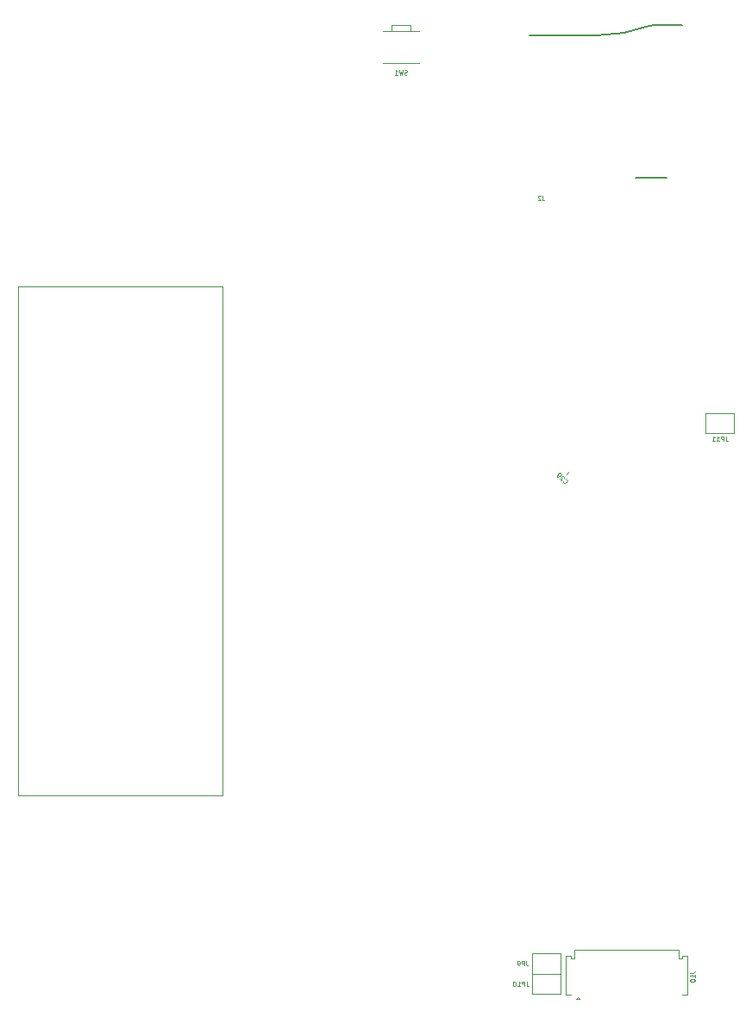
<source format=gbo>
G04 #@! TF.GenerationSoftware,KiCad,Pcbnew,5.1.5+dfsg1-2build2*
G04 #@! TF.CreationDate,2021-03-01T22:52:39+01:00*
G04 #@! TF.ProjectId,OtterCastAmp,4f747465-7243-4617-9374-416d702e6b69,rev?*
G04 #@! TF.SameCoordinates,Original*
G04 #@! TF.FileFunction,Legend,Bot*
G04 #@! TF.FilePolarity,Positive*
%FSLAX46Y46*%
G04 Gerber Fmt 4.6, Leading zero omitted, Abs format (unit mm)*
G04 Created by KiCad (PCBNEW 5.1.5+dfsg1-2build2) date 2021-03-01 22:52:39*
%MOMM*%
%LPD*%
G04 APERTURE LIST*
%ADD10C,0.100000*%
%ADD11C,0.120000*%
%ADD12C,0.127000*%
G04 APERTURE END LIST*
D10*
X140000000Y-75000000D02*
X120000000Y-75000000D01*
X140000000Y-125000000D02*
X140000000Y-75000000D01*
X120000000Y-125000000D02*
X140000000Y-125000000D01*
X120000000Y-75000000D02*
X120000000Y-125000000D01*
D11*
X174750000Y-144972132D02*
X175050000Y-144972132D01*
X174900000Y-144760000D02*
X174750000Y-144972132D01*
X175050000Y-144972132D02*
X174900000Y-144760000D01*
X184850000Y-140110000D02*
X179700000Y-140110000D01*
X184850000Y-141020000D02*
X184850000Y-140110000D01*
X185140000Y-141020000D02*
X184850000Y-141020000D01*
X185140000Y-140770000D02*
X185140000Y-141020000D01*
X185660000Y-140770000D02*
X185140000Y-140770000D01*
X185660000Y-144520000D02*
X185660000Y-140770000D01*
X185160000Y-144520000D02*
X185660000Y-144520000D01*
X174550000Y-140110000D02*
X179700000Y-140110000D01*
X174550000Y-141020000D02*
X174550000Y-140110000D01*
X174260000Y-141020000D02*
X174550000Y-141020000D01*
X174260000Y-140770000D02*
X174260000Y-141020000D01*
X173740000Y-140770000D02*
X174260000Y-140770000D01*
X173740000Y-144520000D02*
X173740000Y-140770000D01*
X174240000Y-144520000D02*
X173740000Y-144520000D01*
X187450000Y-89450000D02*
X190250000Y-89450000D01*
X190250000Y-89450000D02*
X190250000Y-87450000D01*
X190250000Y-87450000D02*
X187450000Y-87450000D01*
X187450000Y-87450000D02*
X187450000Y-89450000D01*
X159300000Y-50000000D02*
X155800000Y-50000000D01*
X155800000Y-53100000D02*
X159300000Y-53100000D01*
X156600000Y-49350000D02*
X156600000Y-50000000D01*
X158500000Y-49350000D02*
X156600000Y-49350000D01*
X158500000Y-50000000D02*
X158500000Y-49350000D01*
X170400000Y-144500000D02*
X173200000Y-144500000D01*
X173200000Y-144500000D02*
X173200000Y-142500000D01*
X173200000Y-142500000D02*
X170400000Y-142500000D01*
X170400000Y-142500000D02*
X170400000Y-144500000D01*
X170400000Y-142500000D02*
X173200000Y-142500000D01*
X173200000Y-142500000D02*
X173200000Y-140500000D01*
X173200000Y-140500000D02*
X170400000Y-140500000D01*
X170400000Y-140500000D02*
X170400000Y-142500000D01*
D12*
X185199000Y-49344000D02*
X182667900Y-49344000D01*
X182665178Y-49344003D02*
G75*
G03X181668000Y-49528000I2672J-2808597D01*
G01*
X181656757Y-49532278D02*
G75*
G02X177146900Y-50360000I-4509879J11872278D01*
G01*
X177146900Y-50360000D02*
X170213000Y-50360000D01*
X183670000Y-64330000D02*
X180570000Y-64330000D01*
D11*
X174006066Y-93243934D02*
X173793934Y-93456066D01*
D10*
X185953571Y-142405714D02*
X186275000Y-142405714D01*
X186339285Y-142384285D01*
X186382142Y-142341428D01*
X186403571Y-142277142D01*
X186403571Y-142234285D01*
X186403571Y-142855714D02*
X186403571Y-142598571D01*
X186403571Y-142727142D02*
X185953571Y-142727142D01*
X186017857Y-142684285D01*
X186060714Y-142641428D01*
X186082142Y-142598571D01*
X185953571Y-143134285D02*
X185953571Y-143177142D01*
X185975000Y-143220000D01*
X185996428Y-143241428D01*
X186039285Y-143262857D01*
X186125000Y-143284285D01*
X186232142Y-143284285D01*
X186317857Y-143262857D01*
X186360714Y-143241428D01*
X186382142Y-143220000D01*
X186403571Y-143177142D01*
X186403571Y-143134285D01*
X186382142Y-143091428D01*
X186360714Y-143070000D01*
X186317857Y-143048571D01*
X186232142Y-143027142D01*
X186125000Y-143027142D01*
X186039285Y-143048571D01*
X185996428Y-143070000D01*
X185975000Y-143091428D01*
X185953571Y-143134285D01*
X189439285Y-89753571D02*
X189439285Y-90075000D01*
X189460714Y-90139285D01*
X189503571Y-90182142D01*
X189567857Y-90203571D01*
X189610714Y-90203571D01*
X189225000Y-90203571D02*
X189225000Y-89753571D01*
X189053571Y-89753571D01*
X189010714Y-89775000D01*
X188989285Y-89796428D01*
X188967857Y-89839285D01*
X188967857Y-89903571D01*
X188989285Y-89946428D01*
X189010714Y-89967857D01*
X189053571Y-89989285D01*
X189225000Y-89989285D01*
X188539285Y-90203571D02*
X188796428Y-90203571D01*
X188667857Y-90203571D02*
X188667857Y-89753571D01*
X188710714Y-89817857D01*
X188753571Y-89860714D01*
X188796428Y-89882142D01*
X188110714Y-90203571D02*
X188367857Y-90203571D01*
X188239285Y-90203571D02*
X188239285Y-89753571D01*
X188282142Y-89817857D01*
X188325000Y-89860714D01*
X188367857Y-89882142D01*
X158150000Y-54232142D02*
X158085714Y-54253571D01*
X157978571Y-54253571D01*
X157935714Y-54232142D01*
X157914285Y-54210714D01*
X157892857Y-54167857D01*
X157892857Y-54125000D01*
X157914285Y-54082142D01*
X157935714Y-54060714D01*
X157978571Y-54039285D01*
X158064285Y-54017857D01*
X158107142Y-53996428D01*
X158128571Y-53975000D01*
X158150000Y-53932142D01*
X158150000Y-53889285D01*
X158128571Y-53846428D01*
X158107142Y-53825000D01*
X158064285Y-53803571D01*
X157957142Y-53803571D01*
X157892857Y-53825000D01*
X157742857Y-53803571D02*
X157635714Y-54253571D01*
X157550000Y-53932142D01*
X157464285Y-54253571D01*
X157357142Y-53803571D01*
X156950000Y-54253571D02*
X157207142Y-54253571D01*
X157078571Y-54253571D02*
X157078571Y-53803571D01*
X157121428Y-53867857D01*
X157164285Y-53910714D01*
X157207142Y-53932142D01*
X169889285Y-143253571D02*
X169889285Y-143575000D01*
X169910714Y-143639285D01*
X169953571Y-143682142D01*
X170017857Y-143703571D01*
X170060714Y-143703571D01*
X169675000Y-143703571D02*
X169675000Y-143253571D01*
X169503571Y-143253571D01*
X169460714Y-143275000D01*
X169439285Y-143296428D01*
X169417857Y-143339285D01*
X169417857Y-143403571D01*
X169439285Y-143446428D01*
X169460714Y-143467857D01*
X169503571Y-143489285D01*
X169675000Y-143489285D01*
X168989285Y-143703571D02*
X169246428Y-143703571D01*
X169117857Y-143703571D02*
X169117857Y-143253571D01*
X169160714Y-143317857D01*
X169203571Y-143360714D01*
X169246428Y-143382142D01*
X168710714Y-143253571D02*
X168667857Y-143253571D01*
X168625000Y-143275000D01*
X168603571Y-143296428D01*
X168582142Y-143339285D01*
X168560714Y-143425000D01*
X168560714Y-143532142D01*
X168582142Y-143617857D01*
X168603571Y-143660714D01*
X168625000Y-143682142D01*
X168667857Y-143703571D01*
X168710714Y-143703571D01*
X168753571Y-143682142D01*
X168775000Y-143660714D01*
X168796428Y-143617857D01*
X168817857Y-143532142D01*
X168817857Y-143425000D01*
X168796428Y-143339285D01*
X168775000Y-143296428D01*
X168753571Y-143275000D01*
X168710714Y-143253571D01*
X169875000Y-141253571D02*
X169875000Y-141575000D01*
X169896428Y-141639285D01*
X169939285Y-141682142D01*
X170003571Y-141703571D01*
X170046428Y-141703571D01*
X169660714Y-141703571D02*
X169660714Y-141253571D01*
X169489285Y-141253571D01*
X169446428Y-141275000D01*
X169425000Y-141296428D01*
X169403571Y-141339285D01*
X169403571Y-141403571D01*
X169425000Y-141446428D01*
X169446428Y-141467857D01*
X169489285Y-141489285D01*
X169660714Y-141489285D01*
X169189285Y-141703571D02*
X169103571Y-141703571D01*
X169060714Y-141682142D01*
X169039285Y-141660714D01*
X168996428Y-141596428D01*
X168975000Y-141510714D01*
X168975000Y-141339285D01*
X168996428Y-141296428D01*
X169017857Y-141275000D01*
X169060714Y-141253571D01*
X169146428Y-141253571D01*
X169189285Y-141275000D01*
X169210714Y-141296428D01*
X169232142Y-141339285D01*
X169232142Y-141446428D01*
X169210714Y-141489285D01*
X169189285Y-141510714D01*
X169146428Y-141532142D01*
X169060714Y-141532142D01*
X169017857Y-141510714D01*
X168996428Y-141489285D01*
X168975000Y-141446428D01*
X171437360Y-66142301D02*
X171437360Y-66463730D01*
X171458788Y-66528015D01*
X171501645Y-66570872D01*
X171565931Y-66592301D01*
X171608788Y-66592301D01*
X171244502Y-66185158D02*
X171223074Y-66163730D01*
X171180217Y-66142301D01*
X171073074Y-66142301D01*
X171030217Y-66163730D01*
X171008788Y-66185158D01*
X170987360Y-66228015D01*
X170987360Y-66270872D01*
X171008788Y-66335158D01*
X171265931Y-66592301D01*
X170987360Y-66592301D01*
X173460583Y-94198528D02*
X173460583Y-94228832D01*
X173490888Y-94289441D01*
X173521192Y-94319746D01*
X173581802Y-94350050D01*
X173642411Y-94350050D01*
X173687868Y-94334898D01*
X173763629Y-94289441D01*
X173809086Y-94243984D01*
X173854543Y-94168223D01*
X173869695Y-94122766D01*
X173869695Y-94062157D01*
X173839390Y-94001548D01*
X173809086Y-93971243D01*
X173748477Y-93940939D01*
X173718172Y-93940939D01*
X173596954Y-93819720D02*
X173596954Y-93789416D01*
X173581802Y-93743959D01*
X173506040Y-93668197D01*
X173460583Y-93653045D01*
X173430279Y-93653045D01*
X173384822Y-93668197D01*
X173354517Y-93698502D01*
X173324213Y-93759111D01*
X173324213Y-94122766D01*
X173127233Y-93925786D01*
X172975710Y-93774263D02*
X172915101Y-93713654D01*
X172899949Y-93668197D01*
X172899949Y-93637893D01*
X172915101Y-93562131D01*
X172960558Y-93486370D01*
X173081776Y-93365152D01*
X173127233Y-93349999D01*
X173157537Y-93349999D01*
X173202994Y-93365152D01*
X173263603Y-93425761D01*
X173278756Y-93471218D01*
X173278756Y-93501522D01*
X173263603Y-93546979D01*
X173187842Y-93622741D01*
X173142385Y-93637893D01*
X173112081Y-93637893D01*
X173066624Y-93622741D01*
X173006015Y-93562131D01*
X172990862Y-93516675D01*
X172990862Y-93486370D01*
X173006015Y-93440913D01*
M02*

</source>
